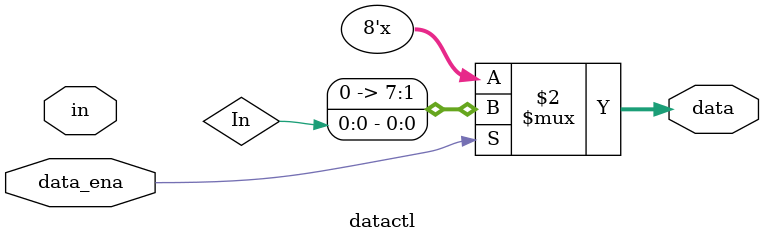
<source format=v>
module accum( accum, data, ena, clk1, rst); 
output[7:0]accum; 
input[7:0]data; 
input ena,clk1,rst; 
reg[7:0]accum; 
 
always@(posedge clk1) 
begin 
if(rst) 
accum<=8'b0000_0000;  //Reset 
else
if(ena)  //µ±CPU×´Ì¬¿ØÖÆÆ÷·¢³öload_accÐÅºÅ 
accum<=data;  //Accumulate 
  end 
 
endmodule 

//------------------------------------------------------------------------------
module alu (alu_out, zero, data, accum, alu_clk, opcode); 
output [7:0]alu_out; 
output zero; 
input [7:0] data, accum; 
input [2:0] opcode; 
input alu_clk; 
reg [7:0] alu_out; 
 
parameter  HLT  =3'b000,
SKZ  =3'b001,
ADD  =3'b010, 
ANDD =3'b011, 
XORR =3'b100, 
LDA  =3'b101,
STO  =3'b110, 
JMP  =3'b111;
 
assign zero = !accum; 
always @(posedgealu_clk) 
begin  //²Ù×÷ÂëÀ´×ÔÖ¸Áî¼Ä´æÆ÷µÄÊä³öopc_iaddr<15..0>µÄµÍ3Î» 
casex (opcode)  
HLT: alu_out<=accum; 
SKZ: alu_out<=accum; 
ADD: alu_out<=data+accum; 
ANDD: alu_out<=data&accum; 
XORR: alu_out<=data^accum;
LDA: alu_out<=data; 
STO: alu_out<=accum; 
JMP: alu_out<=accum; 
default: alu_out<=8'bxxxx_xxxx; 
endcase 
end 
endmodule 
//---------------------------------------------------------------------------- 

//--------------------------------------------------------------------
module datactl (data,in,data_ena); 
output [7:0]data; 
input [7:0]in; 
input data_ena; 
 
assign  data = (data_ena)? In : 8'bzzzz_zzzz; 
 
endmodule 
//-------------------------------------------------------------------- 
</source>
